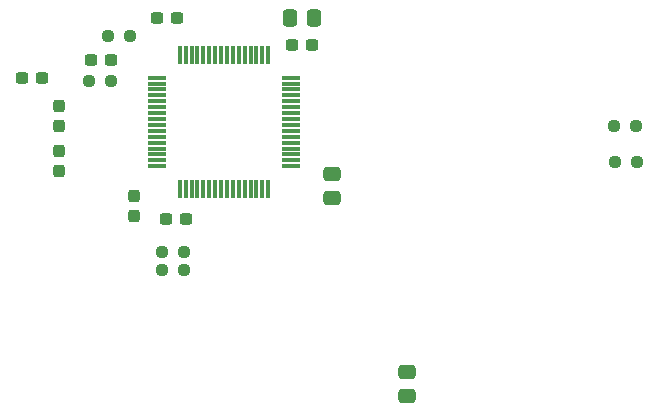
<source format=gbr>
%TF.GenerationSoftware,KiCad,Pcbnew,8.0.3*%
%TF.CreationDate,2024-06-21T15:52:04+03:00*%
%TF.ProjectId,pm,706d2e6b-6963-4616-945f-706362585858,rev?*%
%TF.SameCoordinates,Original*%
%TF.FileFunction,Paste,Bot*%
%TF.FilePolarity,Positive*%
%FSLAX46Y46*%
G04 Gerber Fmt 4.6, Leading zero omitted, Abs format (unit mm)*
G04 Created by KiCad (PCBNEW 8.0.3) date 2024-06-21 15:52:04*
%MOMM*%
%LPD*%
G01*
G04 APERTURE LIST*
G04 Aperture macros list*
%AMRoundRect*
0 Rectangle with rounded corners*
0 $1 Rounding radius*
0 $2 $3 $4 $5 $6 $7 $8 $9 X,Y pos of 4 corners*
0 Add a 4 corners polygon primitive as box body*
4,1,4,$2,$3,$4,$5,$6,$7,$8,$9,$2,$3,0*
0 Add four circle primitives for the rounded corners*
1,1,$1+$1,$2,$3*
1,1,$1+$1,$4,$5*
1,1,$1+$1,$6,$7*
1,1,$1+$1,$8,$9*
0 Add four rect primitives between the rounded corners*
20,1,$1+$1,$2,$3,$4,$5,0*
20,1,$1+$1,$4,$5,$6,$7,0*
20,1,$1+$1,$6,$7,$8,$9,0*
20,1,$1+$1,$8,$9,$2,$3,0*%
G04 Aperture macros list end*
%ADD10RoundRect,0.237500X0.300000X0.237500X-0.300000X0.237500X-0.300000X-0.237500X0.300000X-0.237500X0*%
%ADD11RoundRect,0.237500X0.250000X0.237500X-0.250000X0.237500X-0.250000X-0.237500X0.250000X-0.237500X0*%
%ADD12RoundRect,0.237500X-0.250000X-0.237500X0.250000X-0.237500X0.250000X0.237500X-0.250000X0.237500X0*%
%ADD13RoundRect,0.250000X0.475000X-0.337500X0.475000X0.337500X-0.475000X0.337500X-0.475000X-0.337500X0*%
%ADD14RoundRect,0.237500X0.237500X-0.300000X0.237500X0.300000X-0.237500X0.300000X-0.237500X-0.300000X0*%
%ADD15RoundRect,0.237500X-0.237500X0.300000X-0.237500X-0.300000X0.237500X-0.300000X0.237500X0.300000X0*%
%ADD16RoundRect,0.237500X-0.300000X-0.237500X0.300000X-0.237500X0.300000X0.237500X-0.300000X0.237500X0*%
%ADD17RoundRect,0.250000X-0.475000X0.337500X-0.475000X-0.337500X0.475000X-0.337500X0.475000X0.337500X0*%
%ADD18RoundRect,0.250000X-0.337500X-0.475000X0.337500X-0.475000X0.337500X0.475000X-0.337500X0.475000X0*%
%ADD19RoundRect,0.075000X-0.075000X-0.700000X0.075000X-0.700000X0.075000X0.700000X-0.075000X0.700000X0*%
%ADD20RoundRect,0.075000X-0.700000X-0.075000X0.700000X-0.075000X0.700000X0.075000X-0.700000X0.075000X0*%
G04 APERTURE END LIST*
D10*
%TO.C,C13*%
X90831500Y-86106000D03*
X92556500Y-86106000D03*
%TD*%
D11*
%TO.C,R16*%
X99972500Y-82550000D03*
X98147500Y-82550000D03*
%TD*%
%TO.C,R15*%
X142898500Y-93218000D03*
X141073500Y-93218000D03*
%TD*%
D12*
%TO.C,R14*%
X140970000Y-90170000D03*
X142795000Y-90170000D03*
%TD*%
D10*
%TO.C,C24*%
X104748500Y-98044000D03*
X103023500Y-98044000D03*
%TD*%
D13*
%TO.C,C23*%
X123444000Y-110955000D03*
X123444000Y-113030000D03*
%TD*%
D12*
%TO.C,R12*%
X96520000Y-86360000D03*
X98345000Y-86360000D03*
%TD*%
D14*
%TO.C,C17*%
X100330000Y-97790000D03*
X100330000Y-96065000D03*
%TD*%
%TO.C,C15*%
X93980000Y-90170000D03*
X93980000Y-88445000D03*
%TD*%
D10*
%TO.C,C16*%
X98398500Y-84582000D03*
X96673500Y-84582000D03*
%TD*%
D15*
%TO.C,C14*%
X93980000Y-92255000D03*
X93980000Y-93980000D03*
%TD*%
D16*
%TO.C,C20*%
X102261500Y-81026000D03*
X103986500Y-81026000D03*
%TD*%
D12*
%TO.C,R11*%
X104544500Y-100838000D03*
X102719500Y-100838000D03*
%TD*%
%TO.C,R13*%
X102719500Y-102362000D03*
X104544500Y-102362000D03*
%TD*%
D10*
%TO.C,C21*%
X113691500Y-83312000D03*
X115416500Y-83312000D03*
%TD*%
D17*
%TO.C,C11*%
X117094000Y-94191000D03*
X117094000Y-96266000D03*
%TD*%
D18*
%TO.C,C12*%
X113516500Y-81026000D03*
X115591500Y-81026000D03*
%TD*%
D19*
%TO.C,U11*%
X104180000Y-95482500D03*
X104680000Y-95482500D03*
X105180000Y-95482500D03*
X105680000Y-95482500D03*
X106180000Y-95482500D03*
X106680000Y-95482500D03*
X107180000Y-95482500D03*
X107680000Y-95482500D03*
X108180000Y-95482500D03*
X108680000Y-95482500D03*
X109180000Y-95482500D03*
X109680000Y-95482500D03*
X110180000Y-95482500D03*
X110680000Y-95482500D03*
X111180000Y-95482500D03*
X111680000Y-95482500D03*
D20*
X113605000Y-93557500D03*
X113605000Y-93057500D03*
X113605000Y-92557500D03*
X113605000Y-92057500D03*
X113605000Y-91557500D03*
X113605000Y-91057500D03*
X113605000Y-90557500D03*
X113605000Y-90057500D03*
X113605000Y-89557500D03*
X113605000Y-89057500D03*
X113605000Y-88557500D03*
X113605000Y-88057500D03*
X113605000Y-87557500D03*
X113605000Y-87057500D03*
X113605000Y-86557500D03*
X113605000Y-86057500D03*
D19*
X111680000Y-84132500D03*
X111180000Y-84132500D03*
X110680000Y-84132500D03*
X110180000Y-84132500D03*
X109680000Y-84132500D03*
X109180000Y-84132500D03*
X108680000Y-84132500D03*
X108180000Y-84132500D03*
X107680000Y-84132500D03*
X107180000Y-84132500D03*
X106680000Y-84132500D03*
X106180000Y-84132500D03*
X105680000Y-84132500D03*
X105180000Y-84132500D03*
X104680000Y-84132500D03*
X104180000Y-84132500D03*
D20*
X102255000Y-86057500D03*
X102255000Y-86557500D03*
X102255000Y-87057500D03*
X102255000Y-87557500D03*
X102255000Y-88057500D03*
X102255000Y-88557500D03*
X102255000Y-89057500D03*
X102255000Y-89557500D03*
X102255000Y-90057500D03*
X102255000Y-90557500D03*
X102255000Y-91057500D03*
X102255000Y-91557500D03*
X102255000Y-92057500D03*
X102255000Y-92557500D03*
X102255000Y-93057500D03*
X102255000Y-93557500D03*
%TD*%
M02*

</source>
